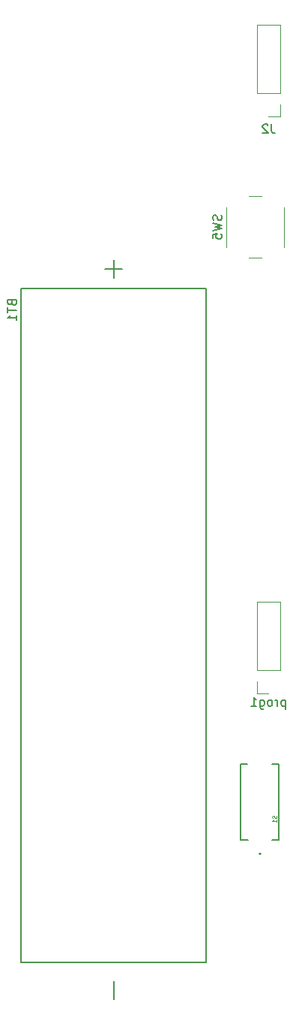
<source format=gbr>
%TF.GenerationSoftware,KiCad,Pcbnew,8.0.5*%
%TF.CreationDate,2026-01-06T21:14:37+02:00*%
%TF.ProjectId,scheme,73636865-6d65-42e6-9b69-6361645f7063,rev?*%
%TF.SameCoordinates,Original*%
%TF.FileFunction,Legend,Bot*%
%TF.FilePolarity,Positive*%
%FSLAX46Y46*%
G04 Gerber Fmt 4.6, Leading zero omitted, Abs format (unit mm)*
G04 Created by KiCad (PCBNEW 8.0.5) date 2026-01-06 21:14:37*
%MOMM*%
%LPD*%
G01*
G04 APERTURE LIST*
%ADD10C,0.150000*%
%ADD11C,0.120023*%
%ADD12C,0.127000*%
%ADD13C,0.200000*%
%ADD14C,0.120000*%
G04 APERTURE END LIST*
D10*
X130801009Y-81859285D02*
X130848628Y-82002142D01*
X130848628Y-82002142D02*
X130896247Y-82049761D01*
X130896247Y-82049761D02*
X130991485Y-82097380D01*
X130991485Y-82097380D02*
X131134342Y-82097380D01*
X131134342Y-82097380D02*
X131229580Y-82049761D01*
X131229580Y-82049761D02*
X131277200Y-82002142D01*
X131277200Y-82002142D02*
X131324819Y-81906904D01*
X131324819Y-81906904D02*
X131324819Y-81525952D01*
X131324819Y-81525952D02*
X130324819Y-81525952D01*
X130324819Y-81525952D02*
X130324819Y-81859285D01*
X130324819Y-81859285D02*
X130372438Y-81954523D01*
X130372438Y-81954523D02*
X130420057Y-82002142D01*
X130420057Y-82002142D02*
X130515295Y-82049761D01*
X130515295Y-82049761D02*
X130610533Y-82049761D01*
X130610533Y-82049761D02*
X130705771Y-82002142D01*
X130705771Y-82002142D02*
X130753390Y-81954523D01*
X130753390Y-81954523D02*
X130801009Y-81859285D01*
X130801009Y-81859285D02*
X130801009Y-81525952D01*
X130324819Y-82383095D02*
X130324819Y-82954523D01*
X131324819Y-82668809D02*
X130324819Y-82668809D01*
X131324819Y-83811666D02*
X131324819Y-83240238D01*
X131324819Y-83525952D02*
X130324819Y-83525952D01*
X130324819Y-83525952D02*
X130467676Y-83430714D01*
X130467676Y-83430714D02*
X130562914Y-83335476D01*
X130562914Y-83335476D02*
X130610533Y-83240238D01*
D11*
X160692996Y-139634216D02*
X160715857Y-139702801D01*
X160715857Y-139702801D02*
X160715857Y-139817108D01*
X160715857Y-139817108D02*
X160692996Y-139862831D01*
X160692996Y-139862831D02*
X160670134Y-139885692D01*
X160670134Y-139885692D02*
X160624411Y-139908553D01*
X160624411Y-139908553D02*
X160578688Y-139908553D01*
X160578688Y-139908553D02*
X160532966Y-139885692D01*
X160532966Y-139885692D02*
X160510104Y-139862831D01*
X160510104Y-139862831D02*
X160487243Y-139817108D01*
X160487243Y-139817108D02*
X160464381Y-139725662D01*
X160464381Y-139725662D02*
X160441520Y-139679939D01*
X160441520Y-139679939D02*
X160418658Y-139657078D01*
X160418658Y-139657078D02*
X160372936Y-139634216D01*
X160372936Y-139634216D02*
X160327213Y-139634216D01*
X160327213Y-139634216D02*
X160281490Y-139657078D01*
X160281490Y-139657078D02*
X160258628Y-139679939D01*
X160258628Y-139679939D02*
X160235767Y-139725662D01*
X160235767Y-139725662D02*
X160235767Y-139839969D01*
X160235767Y-139839969D02*
X160258628Y-139908553D01*
X160715857Y-140365782D02*
X160715857Y-140091445D01*
X160715857Y-140228614D02*
X160235767Y-140228614D01*
X160235767Y-140228614D02*
X160304351Y-140182891D01*
X160304351Y-140182891D02*
X160350074Y-140137168D01*
X160350074Y-140137168D02*
X160372936Y-140091445D01*
D10*
X160133333Y-61724819D02*
X160133333Y-62439104D01*
X160133333Y-62439104D02*
X160180952Y-62581961D01*
X160180952Y-62581961D02*
X160276190Y-62677200D01*
X160276190Y-62677200D02*
X160419047Y-62724819D01*
X160419047Y-62724819D02*
X160514285Y-62724819D01*
X159704761Y-61820057D02*
X159657142Y-61772438D01*
X159657142Y-61772438D02*
X159561904Y-61724819D01*
X159561904Y-61724819D02*
X159323809Y-61724819D01*
X159323809Y-61724819D02*
X159228571Y-61772438D01*
X159228571Y-61772438D02*
X159180952Y-61820057D01*
X159180952Y-61820057D02*
X159133333Y-61915295D01*
X159133333Y-61915295D02*
X159133333Y-62010533D01*
X159133333Y-62010533D02*
X159180952Y-62153390D01*
X159180952Y-62153390D02*
X159752380Y-62724819D01*
X159752380Y-62724819D02*
X159133333Y-62724819D01*
X161704761Y-126618152D02*
X161704761Y-127618152D01*
X161704761Y-126665771D02*
X161609523Y-126618152D01*
X161609523Y-126618152D02*
X161419047Y-126618152D01*
X161419047Y-126618152D02*
X161323809Y-126665771D01*
X161323809Y-126665771D02*
X161276190Y-126713390D01*
X161276190Y-126713390D02*
X161228571Y-126808628D01*
X161228571Y-126808628D02*
X161228571Y-127094342D01*
X161228571Y-127094342D02*
X161276190Y-127189580D01*
X161276190Y-127189580D02*
X161323809Y-127237200D01*
X161323809Y-127237200D02*
X161419047Y-127284819D01*
X161419047Y-127284819D02*
X161609523Y-127284819D01*
X161609523Y-127284819D02*
X161704761Y-127237200D01*
X160799999Y-127284819D02*
X160799999Y-126618152D01*
X160799999Y-126808628D02*
X160752380Y-126713390D01*
X160752380Y-126713390D02*
X160704761Y-126665771D01*
X160704761Y-126665771D02*
X160609523Y-126618152D01*
X160609523Y-126618152D02*
X160514285Y-126618152D01*
X160038094Y-127284819D02*
X160133332Y-127237200D01*
X160133332Y-127237200D02*
X160180951Y-127189580D01*
X160180951Y-127189580D02*
X160228570Y-127094342D01*
X160228570Y-127094342D02*
X160228570Y-126808628D01*
X160228570Y-126808628D02*
X160180951Y-126713390D01*
X160180951Y-126713390D02*
X160133332Y-126665771D01*
X160133332Y-126665771D02*
X160038094Y-126618152D01*
X160038094Y-126618152D02*
X159895237Y-126618152D01*
X159895237Y-126618152D02*
X159799999Y-126665771D01*
X159799999Y-126665771D02*
X159752380Y-126713390D01*
X159752380Y-126713390D02*
X159704761Y-126808628D01*
X159704761Y-126808628D02*
X159704761Y-127094342D01*
X159704761Y-127094342D02*
X159752380Y-127189580D01*
X159752380Y-127189580D02*
X159799999Y-127237200D01*
X159799999Y-127237200D02*
X159895237Y-127284819D01*
X159895237Y-127284819D02*
X160038094Y-127284819D01*
X158847618Y-126618152D02*
X158847618Y-127427676D01*
X158847618Y-127427676D02*
X158895237Y-127522914D01*
X158895237Y-127522914D02*
X158942856Y-127570533D01*
X158942856Y-127570533D02*
X159038094Y-127618152D01*
X159038094Y-127618152D02*
X159180951Y-127618152D01*
X159180951Y-127618152D02*
X159276189Y-127570533D01*
X158847618Y-127237200D02*
X158942856Y-127284819D01*
X158942856Y-127284819D02*
X159133332Y-127284819D01*
X159133332Y-127284819D02*
X159228570Y-127237200D01*
X159228570Y-127237200D02*
X159276189Y-127189580D01*
X159276189Y-127189580D02*
X159323808Y-127094342D01*
X159323808Y-127094342D02*
X159323808Y-126808628D01*
X159323808Y-126808628D02*
X159276189Y-126713390D01*
X159276189Y-126713390D02*
X159228570Y-126665771D01*
X159228570Y-126665771D02*
X159133332Y-126618152D01*
X159133332Y-126618152D02*
X158942856Y-126618152D01*
X158942856Y-126618152D02*
X158847618Y-126665771D01*
X157847618Y-127284819D02*
X158419046Y-127284819D01*
X158133332Y-127284819D02*
X158133332Y-126284819D01*
X158133332Y-126284819D02*
X158228570Y-126427676D01*
X158228570Y-126427676D02*
X158323808Y-126522914D01*
X158323808Y-126522914D02*
X158419046Y-126570533D01*
X154457200Y-71966667D02*
X154504819Y-72109524D01*
X154504819Y-72109524D02*
X154504819Y-72347619D01*
X154504819Y-72347619D02*
X154457200Y-72442857D01*
X154457200Y-72442857D02*
X154409580Y-72490476D01*
X154409580Y-72490476D02*
X154314342Y-72538095D01*
X154314342Y-72538095D02*
X154219104Y-72538095D01*
X154219104Y-72538095D02*
X154123866Y-72490476D01*
X154123866Y-72490476D02*
X154076247Y-72442857D01*
X154076247Y-72442857D02*
X154028628Y-72347619D01*
X154028628Y-72347619D02*
X153981009Y-72157143D01*
X153981009Y-72157143D02*
X153933390Y-72061905D01*
X153933390Y-72061905D02*
X153885771Y-72014286D01*
X153885771Y-72014286D02*
X153790533Y-71966667D01*
X153790533Y-71966667D02*
X153695295Y-71966667D01*
X153695295Y-71966667D02*
X153600057Y-72014286D01*
X153600057Y-72014286D02*
X153552438Y-72061905D01*
X153552438Y-72061905D02*
X153504819Y-72157143D01*
X153504819Y-72157143D02*
X153504819Y-72395238D01*
X153504819Y-72395238D02*
X153552438Y-72538095D01*
X153504819Y-72871429D02*
X154504819Y-73109524D01*
X154504819Y-73109524D02*
X153790533Y-73300000D01*
X153790533Y-73300000D02*
X154504819Y-73490476D01*
X154504819Y-73490476D02*
X153504819Y-73728572D01*
X153504819Y-74585714D02*
X153504819Y-74109524D01*
X153504819Y-74109524D02*
X153981009Y-74061905D01*
X153981009Y-74061905D02*
X153933390Y-74109524D01*
X153933390Y-74109524D02*
X153885771Y-74204762D01*
X153885771Y-74204762D02*
X153885771Y-74442857D01*
X153885771Y-74442857D02*
X153933390Y-74538095D01*
X153933390Y-74538095D02*
X153981009Y-74585714D01*
X153981009Y-74585714D02*
X154076247Y-74633333D01*
X154076247Y-74633333D02*
X154314342Y-74633333D01*
X154314342Y-74633333D02*
X154409580Y-74585714D01*
X154409580Y-74585714D02*
X154457200Y-74538095D01*
X154457200Y-74538095D02*
X154504819Y-74442857D01*
X154504819Y-74442857D02*
X154504819Y-74204762D01*
X154504819Y-74204762D02*
X154457200Y-74109524D01*
X154457200Y-74109524D02*
X154409580Y-74061905D01*
D12*
%TO.C,BT1*%
X142290000Y-160310000D02*
X142290000Y-158310000D01*
X152780000Y-80200000D02*
X152780000Y-156200000D01*
X152780000Y-156200000D02*
X131800000Y-156200000D01*
X131800000Y-80200000D02*
X152780000Y-80200000D01*
X131800000Y-156200000D02*
X131800000Y-80200000D01*
X143290000Y-78050000D02*
X141290000Y-78050000D01*
X142290000Y-79050000D02*
X142290000Y-77050000D01*
%TO.C,S1*%
X156650000Y-142400000D02*
X157500000Y-142400000D01*
X160200000Y-142400000D02*
X160950000Y-142400000D01*
X160950000Y-142400000D02*
X160950000Y-133800000D01*
X156650000Y-133800000D02*
X156650000Y-142400000D01*
X157400000Y-133800000D02*
X156650000Y-133800000D01*
X160950000Y-133800000D02*
X160200000Y-133800000D01*
D13*
X158950000Y-143950000D02*
G75*
G02*
X158750000Y-143950000I-100000J0D01*
G01*
X158750000Y-143950000D02*
G75*
G02*
X158950000Y-143950000I100000J0D01*
G01*
D14*
%TO.C,J2*%
X161130000Y-60830000D02*
X159800000Y-60830000D01*
X161130000Y-59500000D02*
X161130000Y-60830000D01*
X161130000Y-58230000D02*
X158470000Y-58230000D01*
X161130000Y-50550000D02*
X161130000Y-58230000D01*
X161130000Y-50550000D02*
X158470000Y-50550000D01*
X158470000Y-50550000D02*
X158470000Y-58230000D01*
%TO.C,prog1*%
X158470000Y-115550000D02*
X158470000Y-123230000D01*
X158470000Y-125830000D02*
X158470000Y-124500000D01*
X159800000Y-125830000D02*
X158470000Y-125830000D01*
X161130000Y-115550000D02*
X158470000Y-115550000D01*
X161130000Y-115550000D02*
X161130000Y-123230000D01*
X161130000Y-123230000D02*
X158470000Y-123230000D01*
%TO.C,SW5*%
X155050000Y-71050000D02*
X155050000Y-75550000D01*
X157550000Y-76800000D02*
X159050000Y-76800000D01*
X159050000Y-69800000D02*
X157550000Y-69800000D01*
X161550000Y-75550000D02*
X161550000Y-71050000D01*
%TD*%
M02*

</source>
